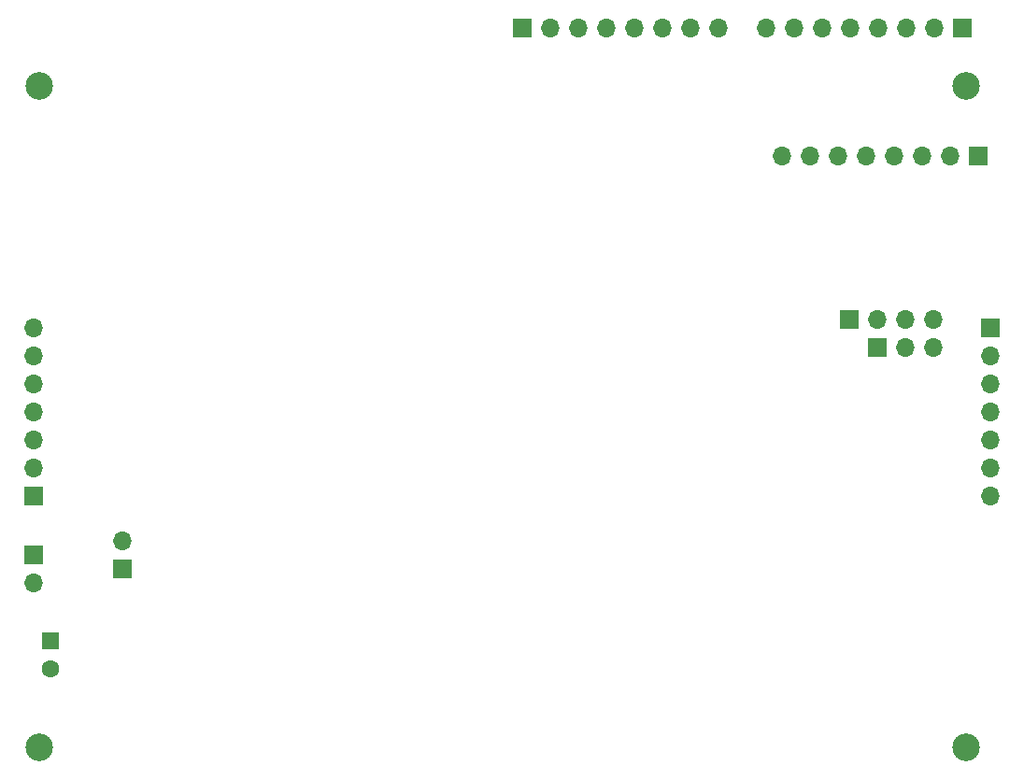
<source format=gbr>
%TF.GenerationSoftware,KiCad,Pcbnew,7.0.8-7.0.8~ubuntu20.04.1*%
%TF.CreationDate,2023-11-06T15:40:33+00:00*%
%TF.ProjectId,one-synapse-electronic,6f6e652d-7379-46e6-9170-73652d656c65,rev?*%
%TF.SameCoordinates,Original*%
%TF.FileFunction,Soldermask,Bot*%
%TF.FilePolarity,Negative*%
%FSLAX46Y46*%
G04 Gerber Fmt 4.6, Leading zero omitted, Abs format (unit mm)*
G04 Created by KiCad (PCBNEW 7.0.8-7.0.8~ubuntu20.04.1) date 2023-11-06 15:40:33*
%MOMM*%
%LPD*%
G01*
G04 APERTURE LIST*
%ADD10R,1.700000X1.700000*%
%ADD11O,1.700000X1.700000*%
%ADD12C,2.500000*%
%ADD13R,1.600000X1.600000*%
%ADD14C,1.600000*%
G04 APERTURE END LIST*
D10*
%TO.C,J5*%
X141200000Y-143920000D03*
D11*
X141200000Y-146460000D03*
X141200000Y-149000000D03*
X141200000Y-151540000D03*
X141200000Y-154080000D03*
X141200000Y-156620000D03*
X141200000Y-159160000D03*
%TD*%
D10*
%TO.C,J2*%
X98800000Y-116750000D03*
D11*
X101340000Y-116750000D03*
X103880000Y-116750000D03*
X106420000Y-116750000D03*
X108960000Y-116750000D03*
X111500000Y-116750000D03*
X114040000Y-116750000D03*
X116580000Y-116750000D03*
%TD*%
D12*
%TO.C,H1*%
X55000000Y-122000000D03*
%TD*%
D10*
%TO.C,J3*%
X138620000Y-116750000D03*
D11*
X136080000Y-116750000D03*
X133540000Y-116750000D03*
X131000000Y-116750000D03*
X128460000Y-116750000D03*
X125920000Y-116750000D03*
X123380000Y-116750000D03*
X120840000Y-116750000D03*
%TD*%
D12*
%TO.C,H2*%
X139000000Y-122000000D03*
%TD*%
D13*
%TO.C,C24*%
X56000000Y-172347349D03*
D14*
X56000000Y-174847349D03*
%TD*%
D10*
%TO.C,J4*%
X54500000Y-159160000D03*
D11*
X54500000Y-156620000D03*
X54500000Y-154080000D03*
X54500000Y-151540000D03*
X54500000Y-149000000D03*
X54500000Y-146460000D03*
X54500000Y-143920000D03*
%TD*%
D12*
%TO.C,H4*%
X55000000Y-182000000D03*
%TD*%
D10*
%TO.C,J10*%
X130920000Y-145750000D03*
D11*
X133460000Y-145750000D03*
X136000000Y-145750000D03*
%TD*%
D12*
%TO.C,H3*%
X139000000Y-182000000D03*
%TD*%
D10*
%TO.C,J6*%
X54500000Y-164500000D03*
D11*
X54500000Y-167040000D03*
%TD*%
D10*
%TO.C,J9*%
X128420000Y-143210000D03*
D11*
X130960000Y-143210000D03*
X133500000Y-143210000D03*
X136040000Y-143210000D03*
%TD*%
D10*
%TO.C,J1*%
X62500000Y-165775000D03*
D11*
X62500000Y-163235000D03*
%TD*%
D10*
%TO.C,J7*%
X140100000Y-128412500D03*
D11*
X137560000Y-128412500D03*
X135020000Y-128412500D03*
X132480000Y-128412500D03*
X129940000Y-128412500D03*
X127400000Y-128412500D03*
X124860000Y-128412500D03*
X122320000Y-128412500D03*
%TD*%
M02*

</source>
